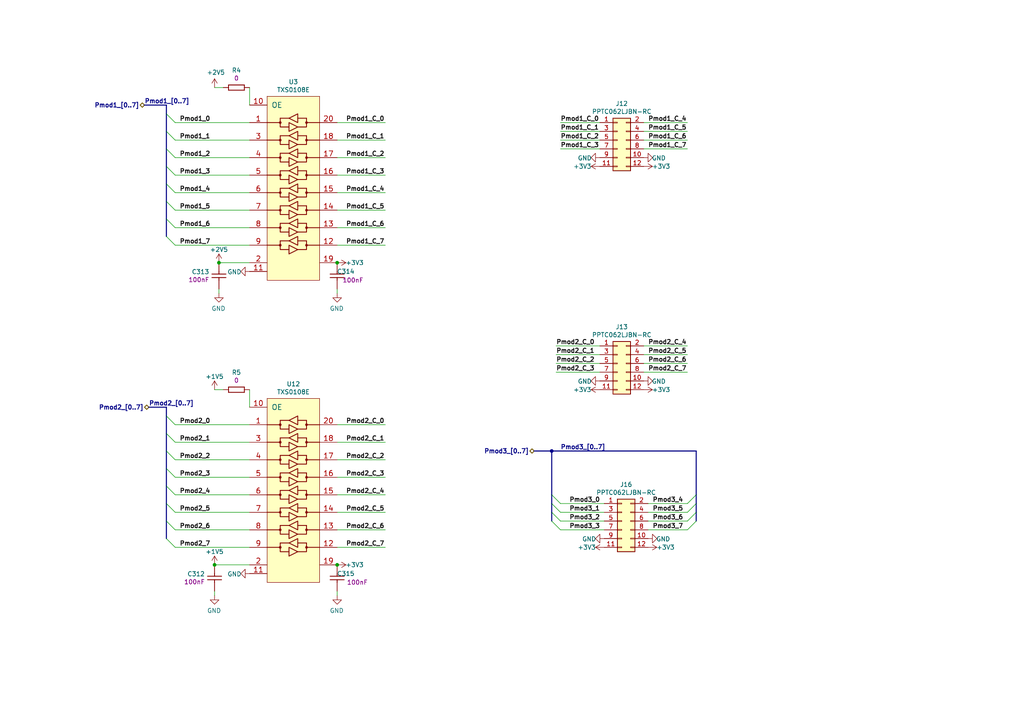
<source format=kicad_sch>
(kicad_sch (version 20211123) (generator eeschema)
  (paper "A4")
  (title_block (title "Marble") (date "2024-03-05") (rev "v1.4.2") (company "Michał Gąska / WUT") (comment 3 "PMOD 3x"))
  (lib_symbols
    (symbol "Analog_&_Interface:TXB0108PW" (pin_names (offset 1.27))
      (property "Reference" "IC" (at 7.62 1.27 0))
      (symbol "TXB0108PW_0_1"
        (rectangle (start 0 -53.34) (end 15.24 0) (fill (type background)))
        (polyline (pts (xy 3.81 -43.18) (xy 0 -43.18)) (stroke (width 0.254)))
        (polyline (pts (xy 3.81 -38.1) (xy 0 -38.1)) (stroke (width 0.254)))
        (polyline (pts (xy 3.81 -33.02) (xy 0 -33.02)) (stroke (width 0.254)))
        (polyline (pts (xy 3.81 -27.94) (xy 0 -27.94)) (stroke (width 0.254)))
        (polyline (pts (xy 3.81 -22.86) (xy 0 -22.86)) (stroke (width 0.254)))
        (polyline (pts (xy 3.81 -17.78) (xy 0 -17.78)) (stroke (width 0.254)))
        (polyline (pts (xy 3.81 -12.7) (xy 0 -12.7)) (stroke (width 0.254)))
        (polyline (pts (xy 3.81 -7.62) (xy 0 -7.62)) (stroke (width 0.254)))
        (polyline (pts (xy 6.35 -41.91) (xy 3.81 -41.91)) (stroke (width 0.254)))
        (polyline (pts (xy 6.35 -36.83) (xy 3.81 -36.83)) (stroke (width 0.254)))
        (polyline (pts (xy 6.35 -31.75) (xy 3.81 -31.75)) (stroke (width 0.254)))
        (polyline (pts (xy 6.35 -26.67) (xy 3.81 -26.67)) (stroke (width 0.254)))
        (polyline (pts (xy 6.35 -21.59) (xy 3.81 -21.59)) (stroke (width 0.254)))
        (polyline (pts (xy 6.35 -16.51) (xy 3.81 -16.51)) (stroke (width 0.254)))
        (polyline (pts (xy 6.35 -11.43) (xy 3.81 -11.43)) (stroke (width 0.254)))
        (polyline (pts (xy 6.35 -6.35) (xy 3.81 -6.35)) (stroke (width 0.254)))
        (polyline (pts (xy 8.89 -41.91) (xy 11.43 -41.91)) (stroke (width 0.254)))
        (polyline (pts (xy 8.89 -36.83) (xy 11.43 -36.83)) (stroke (width 0.254)))
        (polyline (pts (xy 8.89 -31.75) (xy 11.43 -31.75)) (stroke (width 0.254)))
        (polyline (pts (xy 8.89 -26.67) (xy 11.43 -26.67)) (stroke (width 0.254)))
        (polyline (pts (xy 8.89 -21.59) (xy 11.43 -21.59)) (stroke (width 0.254)))
        (polyline (pts (xy 8.89 -16.51) (xy 11.43 -16.51)) (stroke (width 0.254)))
        (polyline (pts (xy 8.89 -11.43) (xy 11.43 -11.43)) (stroke (width 0.254)))
        (polyline (pts (xy 8.89 -6.35) (xy 11.43 -6.35)) (stroke (width 0.254)))
        (polyline (pts (xy 15.24 -43.18) (xy 11.43 -43.18)) (stroke (width 0.254)))
        (polyline (pts (xy 15.24 -38.1) (xy 11.43 -38.1)) (stroke (width 0.254)))
        (polyline (pts (xy 15.24 -33.02) (xy 11.43 -33.02)) (stroke (width 0.254)))
        (polyline (pts (xy 15.24 -27.94) (xy 11.43 -27.94)) (stroke (width 0.254)))
        (polyline (pts (xy 15.24 -22.86) (xy 11.43 -22.86)) (stroke (width 0.254)))
        (polyline (pts (xy 15.24 -17.78) (xy 11.43 -17.78)) (stroke (width 0.254)))
        (polyline (pts (xy 15.24 -12.7) (xy 11.43 -12.7)) (stroke (width 0.254)))
        (polyline (pts (xy 15.24 -7.62) (xy 11.43 -7.62)) (stroke (width 0.254)))
        (polyline (pts (xy 3.81 -41.91) (xy 3.81 -44.45) (xy 6.35 -44.45)) (stroke (width 0.254)))
        (polyline (pts (xy 3.81 -36.83) (xy 3.81 -39.37) (xy 6.35 -39.37)) (stroke (width 0.254)))
        (polyline (pts (xy 3.81 -31.75) (xy 3.81 -34.29) (xy 6.35 -34.29)) (stroke (width 0.254)))
        (polyline (pts (xy 3.81 -26.67) (xy 3.81 -29.21) (xy 6.35 -29.21)) (stroke (width 0.254)))
        (polyline (pts (xy 3.81 -21.59) (xy 3.81 -24.13) (xy 6.35 -24.13)) (stroke (width 0.254)))
        (polyline (pts (xy 3.81 -16.51) (xy 3.81 -19.05) (xy 6.35 -19.05)) (stroke (width 0.254)))
        (polyline (pts (xy 3.81 -11.43) (xy 3.81 -13.97) (xy 6.35 -13.97)) (stroke (width 0.254)))
        (polyline (pts (xy 3.81 -6.35) (xy 3.81 -8.89) (xy 6.35 -8.89)) (stroke (width 0.254)))
        (polyline (pts (xy 11.43 -41.91) (xy 11.43 -44.45) (xy 8.89 -44.45)) (stroke (width 0.254)))
        (polyline (pts (xy 11.43 -36.83) (xy 11.43 -39.37) (xy 8.89 -39.37)) (stroke (width 0.254)))
        (polyline (pts (xy 11.43 -31.75) (xy 11.43 -34.29) (xy 8.89 -34.29)) (stroke (width 0.254)))
        (polyline (pts (xy 11.43 -26.67) (xy 11.43 -29.21) (xy 8.89 -29.21)) (stroke (width 0.254)))
        (polyline (pts (xy 11.43 -21.59) (xy 11.43 -24.13) (xy 8.89 -24.13)) (stroke (width 0.254)))
        (polyline (pts (xy 11.43 -16.51) (xy 11.43 -19.05) (xy 8.89 -19.05)) (stroke (width 0.254)))
        (polyline (pts (xy 11.43 -11.43) (xy 11.43 -13.97) (xy 8.89 -13.97)) (stroke (width 0.254)))
        (polyline (pts (xy 11.43 -6.35) (xy 11.43 -8.89) (xy 8.89 -8.89)) (stroke (width 0.254)))
        (polyline (pts (xy 6.35 -41.91) (xy 8.89 -43.18) (xy 8.89 -40.64) (xy 6.35 -41.91)) (stroke (width 0.254)))
        (polyline (pts (xy 6.35 -36.83) (xy 8.89 -38.1) (xy 8.89 -35.56) (xy 6.35 -36.83)) (stroke (width 0.254)))
        (polyline (pts (xy 6.35 -31.75) (xy 8.89 -33.02) (xy 8.89 -30.48) (xy 6.35 -31.75)) (stroke (width 0.254)))
        (polyline (pts (xy 6.35 -26.67) (xy 8.89 -27.94) (xy 8.89 -25.4) (xy 6.35 -26.67)) (stroke (width 0.254)))
        (polyline (pts (xy 6.35 -21.59) (xy 8.89 -22.86) (xy 8.89 -20.32) (xy 6.35 -21.59)) (stroke (width 0.254)))
        (polyline (pts (xy 6.35 -16.51) (xy 8.89 -17.78) (xy 8.89 -15.24) (xy 6.35 -16.51)) (stroke (width 0.254)))
        (polyline (pts (xy 6.35 -11.43) (xy 8.89 -12.7) (xy 8.89 -10.16) (xy 6.35 -11.43)) (stroke (width 0.254)))
        (polyline (pts (xy 6.35 -6.35) (xy 8.89 -7.62) (xy 8.89 -5.08) (xy 6.35 -6.35)) (stroke (width 0.254)))
        (polyline (pts (xy 8.89 -44.45) (xy 6.35 -45.72) (xy 6.35 -43.18) (xy 8.89 -44.45)) (stroke (width 0.254)))
        (polyline (pts (xy 8.89 -39.37) (xy 6.35 -40.64) (xy 6.35 -38.1) (xy 8.89 -39.37)) (stroke (width 0.254)))
        (polyline (pts (xy 8.89 -34.29) (xy 6.35 -35.56) (xy 6.35 -33.02) (xy 8.89 -34.29)) (stroke (width 0.254)))
        (polyline (pts (xy 8.89 -29.21) (xy 6.35 -30.48) (xy 6.35 -27.94) (xy 8.89 -29.21)) (stroke (width 0.254)))
        (polyline (pts (xy 8.89 -24.13) (xy 6.35 -25.4) (xy 6.35 -22.86) (xy 8.89 -24.13)) (stroke (width 0.254)))
        (polyline (pts (xy 8.89 -19.05) (xy 6.35 -20.32) (xy 6.35 -17.78) (xy 8.89 -19.05)) (stroke (width 0.254)))
        (polyline (pts (xy 8.89 -13.97) (xy 6.35 -15.24) (xy 6.35 -12.7) (xy 8.89 -13.97)) (stroke (width 0.254)))
        (polyline (pts (xy 8.89 -8.89) (xy 6.35 -10.16) (xy 6.35 -7.62) (xy 8.89 -8.89)) (stroke (width 0.254)))
        (circle (center 3.81 -43.18) (radius 0.254) (stroke (width 0.254)))
        (circle (center 3.81 -38.1) (radius 0.254) (stroke (width 0.254)))
        (circle (center 3.81 -33.02) (radius 0.254) (stroke (width 0.254)))
        (circle (center 3.81 -27.94) (radius 0.254) (stroke (width 0.254)))
        (circle (center 3.81 -22.86) (radius 0.254) (stroke (width 0.254)))
        (circle (center 3.81 -17.78) (radius 0.254) (stroke (width 0.254)))
        (circle (center 3.81 -12.7) (radius 0.254) (stroke (width 0.254)))
        (circle (center 3.81 -7.62) (radius 0.254) (stroke (width 0.254)))
        (circle (center 11.43 -43.18) (radius 0.254) (stroke (width 0.254)))
        (circle (center 11.43 -38.1) (radius 0.254) (stroke (width 0.254)))
        (circle (center 11.43 -33.02) (radius 0.254) (stroke (width 0.254)))
        (circle (center 11.43 -27.94) (radius 0.254) (stroke (width 0.254)))
        (circle (center 11.43 -22.86) (radius 0.254) (stroke (width 0.254)))
        (circle (center 11.43 -17.78) (radius 0.254) (stroke (width 0.254)))
        (circle (center 11.43 -12.7) (radius 0.254) (stroke (width 0.254)))
        (circle (center 11.43 -7.62) (radius 0.254) (stroke (width 0.254)))
        (text "A1" (at 1.905 -6.35 0) (effects (font (size 1.27 1.27))))
        (text "A2" (at 1.905 -11.43 0) (effects (font (size 1.27 1.27))))
        (text "A3" (at 1.905 -16.51 0) (effects (font (size 1.27 1.27))))
        (text "A4" (at 1.905 -21.59 0) (effects (font (size 1.27 1.27))))
        (text "A5" (at 1.905 -26.67 0) (effects (font (size 1.27 1.27))))
        (text "A6" (at 1.905 -31.75 0) (effects (font (size 1.27 1.27))))
        (text "A7" (at 1.905 -36.83 0) (effects (font (size 1.27 1.27))))
        (text "A8" (at 1.905 -41.91 0) (effects (font (size 1.27 1.27))))
        (text "B1" (at 13.335 -6.35 0) (effects (font (size 1.27 1.27))))
        (text "B2" (at 13.335 -11.43 0) (effects (font (size 1.27 1.27))))
        (text "B3" (at 13.335 -16.51 0) (effects (font (size 1.27 1.27))))
        (text "B4" (at 13.335 -21.59 0) (effects (font (size 1.27 1.27))))
        (text "B5" (at 13.335 -26.67 0) (effects (font (size 1.27 1.27))))
        (text "B6" (at 13.335 -31.75 0) (effects (font (size 1.27 1.27))))
        (text "B7" (at 13.335 -36.83 0) (effects (font (size 1.27 1.27))))
        (text "B8" (at 13.335 -41.91 0) (effects (font (size 1.27 1.27))))
        (text "GND" (at 0.762 -50.8 0) (effects (font (size 1.27 1.27)) (justify left)))
        (text "VCCA" (at 0.762 -48.26 0) (effects (font (size 1.27 1.27)) (justify left)))
        (text "VCCB" (at 14.478 -48.26 0) (effects (font (size 1.27 1.27)) (justify right)))
        (pin bidirectional line (at -5.08 -7.62 0) (length 5.08) (name "A1") (number "1"))
        (pin input line (at -5.08 -2.54 0) (length 5.08) (name "OE") (number "10"))
        (pin power_in line (at -5.08 -50.8 0) (length 5.08) (name "GND") (number "11"))
        (pin bidirectional line (at 20.32 -43.18 180) (length 5.08) (name "B8") (number "12"))
        (pin bidirectional line (at 20.32 -38.1 180) (length 5.08) (name "B7") (number "13"))
        (pin bidirectional line (at 20.32 -33.02 180) (length 5.08) (name "B6") (number "14"))
        (pin bidirectional line (at 20.32 -27.94 180) (length 5.08) (name "B5") (number "15"))
        (pin bidirectional line (at 20.32 -22.86 180) (length 5.08) (name "B4") (number "16"))
        (pin bidirectional line (at 20.32 -17.78 180) (length 5.08) (name "B3") (number "17"))
        (pin bidirectional line (at 20.32 -12.7 180) (length 5.08) (name "B2") (number "18"))
        (pin power_in line (at 20.32 -48.26 180) (length 5.08) (name "Vccb") (number "19"))
        (pin power_in line (at -5.08 -48.26 0) (length 5.08) (name "Vcca") (number "2"))
        (pin bidirectional line (at 20.32 -7.62 180) (length 5.08) (name "B1") (number "20"))
        (pin bidirectional line (at -5.08 -12.7 0) (length 5.08) (name "A2") (number "3"))
        (pin bidirectional line (at -5.08 -17.78 0) (length 5.08) (name "A3") (number "4"))
        (pin bidirectional line (at -5.08 -22.86 0) (length 5.08) (name "A4") (number "5"))
        (pin bidirectional line (at -5.08 -27.94 0) (length 5.08) (name "A5") (number "6"))
        (pin bidirectional line (at -5.08 -33.02 0) (length 5.08) (name "A6") (number "7"))
        (pin bidirectional line (at -5.08 -38.1 0) (length 5.08) (name "A7") (number "8"))
        (pin bidirectional line (at -5.08 -43.18 0) (length 5.08) (name "A8") (number "9"))
      )
    )
    (symbol "Capacitors_SMD:CC0201_100NF_6.3V_10%_X5R" (pin_names (offset 1.27))
      (property "Reference" "C" (at 3.81 3.048 0))
      (property "Val" "100nF" (at 3.81 -3.048 0))
      (symbol "CC0201_100NF_6.3V_10%_X5R_0_1"
        (polyline (pts (xy 2.54 0) (xy 3.302 0)) (stroke (width 0.254)))
        (polyline (pts (xy 3.302 -2.032) (xy 3.302 2.032)) (stroke (width 0.254)))
        (polyline (pts (xy 4.318 2.032) (xy 4.318 -2.032)) (stroke (width 0.254)))
        (polyline (pts (xy 5.08 0) (xy 4.318 0)) (stroke (width 0.254)))
        (pin passive line (at 0 0 0) (length 2.54) (name "1") (number "1"))
        (pin passive line (at 7.62 0 180) (length 2.54) (name "2") (number "2"))
      )
    )
    (symbol "Connector_Generic:Conn_02x06_Odd_Even" (pin_names (offset 1.016) hide)
      (property "Reference" "J" (at 1.27 7.62 0))
      (property "Value" "Conn_02x06_Odd_Even" (at 1.27 -10.16 0))
      (symbol "Conn_02x06_Odd_Even_1_1"
        (rectangle (start -1.27 -7.493) (end 0 -7.747) (stroke (width 0.1524)))
        (rectangle (start -1.27 -4.953) (end 0 -5.207) (stroke (width 0.1524)))
        (rectangle (start -1.27 -2.413) (end 0 -2.667) (stroke (width 0.1524)))
        (rectangle (start -1.27 0.127) (end 0 -0.127) (stroke (width 0.1524)))
        (rectangle (start -1.27 2.667) (end 0 2.413) (stroke (width 0.1524)))
        (rectangle (start -1.27 5.207) (end 0 4.953) (stroke (width 0.1524)))
        (rectangle (start -1.27 6.35) (end 3.81 -8.89) (stroke (width 0.254)) (fill (type background)))
        (rectangle (start 3.81 -7.493) (end 2.54 -7.747) (stroke (width 0.1524)))
        (rectangle (start 3.81 -4.953) (end 2.54 -5.207) (stroke (width 0.1524)))
        (rectangle (start 3.81 -2.413) (end 2.54 -2.667) (stroke (width 0.1524)))
        (rectangle (start 3.81 0.127) (end 2.54 -0.127) (stroke (width 0.1524)))
        (rectangle (start 3.81 2.667) (end 2.54 2.413) (stroke (width 0.1524)))
        (rectangle (start 3.81 5.207) (end 2.54 4.953) (stroke (width 0.1524)))
        (pin passive line (at -5.08 5.08 0) (length 3.81) (name "Pin_1") (number "1"))
        (pin passive line (at 7.62 -5.08 180) (length 3.81) (name "Pin_10") (number "10"))
        (pin passive line (at -5.08 -7.62 0) (length 3.81) (name "Pin_11") (number "11"))
        (pin passive line (at 7.62 -7.62 180) (length 3.81) (name "Pin_12") (number "12"))
        (pin passive line (at 7.62 5.08 180) (length 3.81) (name "Pin_2") (number "2"))
        (pin passive line (at -5.08 2.54 0) (length 3.81) (name "Pin_3") (number "3"))
        (pin passive line (at 7.62 2.54 180) (length 3.81) (name "Pin_4") (number "4"))
        (pin passive line (at -5.08 0 0) (length 3.81) (name "Pin_5") (number "5"))
        (pin passive line (at 7.62 0 180) (length 3.81) (name "Pin_6") (number "6"))
        (pin passive line (at -5.08 -2.54 0) (length 3.81) (name "Pin_7") (number "7"))
        (pin passive line (at 7.62 -2.54 180) (length 3.81) (name "Pin_8") (number "8"))
        (pin passive line (at -5.08 -5.08 0) (length 3.81) (name "Pin_9") (number "9"))
      )
    )
    (symbol "Resistors_SMD:R0402_0R_JUMPER" (pin_names (offset 1.27))
      (property "Reference" "R" (at 3.81 1.778 0))
      (property "Val" "0" (at 3.81 -1.778 0))
      (symbol "R0402_0R_JUMPER_0_1"
        (polyline (pts (xy 1.524 -0.762) (xy 6.096 -0.762)) (stroke (width 0.254)))
        (polyline (pts (xy 1.524 0.762) (xy 1.524 -0.762)) (stroke (width 0.254)))
        (polyline (pts (xy 6.096 -0.762) (xy 6.096 0.762)) (stroke (width 0.254)))
        (polyline (pts (xy 6.096 0.762) (xy 1.524 0.762)) (stroke (width 0.254)))
        (pin passive line (at 0 0 0) (length 1.524) (name "1") (number "1"))
        (pin passive line (at 7.62 0 180) (length 1.524) (name "2") (number "2"))
      )
    )
    (symbol "power:+1V5" (power) (pin_names (offset 0))
      (property "Value" "+1V5" (at 0 3.556 0))
      (symbol "+1V5_0_1"
        (polyline (pts (xy -0.762 1.27) (xy 0 2.54)))
        (polyline (pts (xy 0 0) (xy 0 2.54)))
        (polyline (pts (xy 0 2.54) (xy 0.762 1.27)))
      )
      (symbol "+1V5_1_1"
        (pin power_in line (at 0 0 90) (length 0) hide (name "+1V5") (number "1"))
      )
    )
    (symbol "power:+2V5" (power) (pin_names (offset 0))
      (property "Value" "+2V5" (at 0 3.556 0))
      (symbol "+2V5_0_1"
        (polyline (pts (xy -0.762 1.27) (xy 0 2.54)))
        (polyline (pts (xy 0 0) (xy 0 2.54)))
        (polyline (pts (xy 0 2.54) (xy 0.762 1.27)))
      )
      (symbol "+2V5_1_1"
        (pin power_in line (at 0 0 90) (length 0) hide (name "+2V5") (number "1"))
      )
    )
    (symbol "power:+3V3" (power) (pin_names (offset 0))
      (property "Value" "+3V3" (at 0 3.556 0))
      (symbol "+3V3_0_1"
        (polyline (pts (xy -0.762 1.27) (xy 0 2.54)))
        (polyline (pts (xy 0 0) (xy 0 2.54)))
        (polyline (pts (xy 0 2.54) (xy 0.762 1.27)))
      )
      (symbol "+3V3_1_1"
        (pin power_in line (at 0 0 90) (length 0) hide (name "+3V3") (number "1"))
      )
    )
    (symbol "power:GND" (power) (pin_names (offset 0))
      (property "Value" "GND" (at 0 -3.81 0))
      (symbol "GND_0_1"
        (polyline (pts (xy 0 0) (xy 0 -1.27) (xy 1.27 -1.27) (xy 0 -2.54) (xy -1.27 -1.27) (xy 0 -1.27)))
      )
      (symbol "GND_1_1"
        (pin power_in line (at 0 0 270) (length 0) hide (name "GND") (number "1"))
      )
    )
  )
  (junction (at 63.5 76.2))
  (junction (at 160.02 130.81))
  (junction (at 97.79 76.2))
  (junction (at 97.79 163.83))
  (junction (at 62.23 163.83))
  (bus_entry (at 199.39 146.05) (size 2.54 -2.54))
  (bus_entry (at 48.26 33.02) (size 2.54 2.54))
  (bus_entry (at 48.26 130.81) (size 2.54 2.54))
  (bus_entry (at 48.26 151.13) (size 2.54 2.54))
  (bus_entry (at 48.26 38.1) (size 2.54 2.54))
  (bus_entry (at 160.02 146.05) (size 2.54 2.54))
  (bus_entry (at 48.26 140.97) (size 2.54 2.54))
  (bus_entry (at 48.26 68.58) (size 2.54 2.54))
  (bus_entry (at 48.26 58.42) (size 2.54 2.54))
  (bus_entry (at 199.39 153.67) (size 2.54 -2.54))
  (bus_entry (at 48.26 53.34) (size 2.54 2.54))
  (bus_entry (at 48.26 125.73) (size 2.54 2.54))
  (bus_entry (at 160.02 148.59) (size 2.54 2.54))
  (bus_entry (at 199.39 148.59) (size 2.54 -2.54))
  (bus_entry (at 160.02 143.51) (size 2.54 2.54))
  (bus_entry (at 48.26 43.18) (size 2.54 2.54))
  (bus_entry (at 48.26 120.65) (size 2.54 2.54))
  (bus_entry (at 48.26 48.26) (size 2.54 2.54))
  (bus_entry (at 48.26 63.5) (size 2.54 2.54))
  (bus_entry (at 48.26 135.89) (size 2.54 2.54))
  (bus_entry (at 48.26 156.21) (size 2.54 2.54))
  (bus_entry (at 199.39 151.13) (size 2.54 -2.54))
  (bus_entry (at 160.02 151.13) (size 2.54 2.54))
  (bus_entry (at 48.26 146.05) (size 2.54 2.54))
  (wire (pts (xy 97.79 138.43) (xy 111.76 138.43)))
  (wire (pts (xy 50.8 66.04) (xy 72.39 66.04)))
  (bus (pts (xy 201.93 130.81) (xy 160.02 130.81)))
  (wire (pts (xy 186.69 107.95) (xy 199.39 107.95)))
  (bus (pts (xy 201.93 143.51) (xy 201.93 146.05)))
  (bus (pts (xy 48.26 118.11) (xy 48.26 120.65)))
  (wire (pts (xy 50.8 55.88) (xy 72.39 55.88)))
  (wire (pts (xy 161.29 100.33) (xy 173.99 100.33)))
  (wire (pts (xy 186.69 105.41) (xy 199.39 105.41)))
  (wire (pts (xy 162.56 153.67) (xy 175.26 153.67)))
  (wire (pts (xy 186.69 35.56) (xy 199.39 35.56)))
  (wire (pts (xy 97.79 45.72) (xy 111.76 45.72)))
  (wire (pts (xy 97.79 128.27) (xy 111.76 128.27)))
  (bus (pts (xy 201.93 148.59) (xy 201.93 151.13)))
  (wire (pts (xy 162.56 35.56) (xy 173.99 35.56)))
  (wire (pts (xy 97.79 71.12) (xy 111.76 71.12)))
  (bus (pts (xy 154.94 130.81) (xy 160.02 130.81)))
  (wire (pts (xy 162.56 43.18) (xy 173.99 43.18)))
  (wire (pts (xy 186.69 43.18) (xy 199.39 43.18)))
  (wire (pts (xy 97.79 60.96) (xy 111.76 60.96)))
  (wire (pts (xy 199.39 148.59) (xy 187.96 148.59)))
  (bus (pts (xy 48.26 48.26) (xy 48.26 53.34)))
  (wire (pts (xy 72.39 25.4) (xy 72.39 30.48)))
  (bus (pts (xy 48.26 43.18) (xy 48.26 48.26)))
  (wire (pts (xy 97.79 171.45) (xy 97.79 172.72)))
  (wire (pts (xy 162.56 148.59) (xy 175.26 148.59)))
  (wire (pts (xy 186.69 38.1) (xy 199.39 38.1)))
  (bus (pts (xy 48.26 30.48) (xy 48.26 33.02)))
  (wire (pts (xy 97.79 133.35) (xy 111.76 133.35)))
  (wire (pts (xy 62.23 25.4) (xy 64.77 25.4)))
  (wire (pts (xy 186.69 100.33) (xy 199.39 100.33)))
  (wire (pts (xy 199.39 151.13) (xy 187.96 151.13)))
  (bus (pts (xy 48.26 140.97) (xy 48.26 146.05)))
  (bus (pts (xy 41.91 30.48) (xy 48.26 30.48)))
  (bus (pts (xy 48.26 63.5) (xy 48.26 68.58)))
  (wire (pts (xy 161.29 107.95) (xy 173.99 107.95)))
  (wire (pts (xy 97.79 143.51) (xy 111.76 143.51)))
  (wire (pts (xy 50.8 35.56) (xy 72.39 35.56)))
  (wire (pts (xy 162.56 151.13) (xy 175.26 151.13)))
  (bus (pts (xy 48.26 53.34) (xy 48.26 58.42)))
  (bus (pts (xy 160.02 143.51) (xy 160.02 146.05)))
  (bus (pts (xy 48.26 151.13) (xy 48.26 156.21)))
  (wire (pts (xy 97.79 35.56) (xy 111.76 35.56)))
  (wire (pts (xy 50.8 45.72) (xy 72.39 45.72)))
  (wire (pts (xy 72.39 76.2) (xy 63.5 76.2)))
  (bus (pts (xy 201.93 130.81) (xy 201.93 143.51)))
  (bus (pts (xy 48.26 33.02) (xy 48.26 38.1)))
  (wire (pts (xy 161.29 105.41) (xy 173.99 105.41)))
  (wire (pts (xy 199.39 146.05) (xy 187.96 146.05)))
  (wire (pts (xy 97.79 83.82) (xy 97.79 85.09)))
  (wire (pts (xy 50.8 71.12) (xy 72.39 71.12)))
  (wire (pts (xy 50.8 60.96) (xy 72.39 60.96)))
  (wire (pts (xy 97.79 66.04) (xy 111.76 66.04)))
  (bus (pts (xy 201.93 146.05) (xy 201.93 148.59)))
  (bus (pts (xy 48.26 38.1) (xy 48.26 43.18)))
  (wire (pts (xy 62.23 171.45) (xy 62.23 172.72)))
  (wire (pts (xy 97.79 123.19) (xy 111.76 123.19)))
  (wire (pts (xy 63.5 83.82) (xy 63.5 85.09)))
  (bus (pts (xy 48.26 125.73) (xy 48.26 130.81)))
  (bus (pts (xy 160.02 130.81) (xy 160.02 143.51)))
  (wire (pts (xy 50.8 128.27) (xy 72.39 128.27)))
  (wire (pts (xy 50.8 123.19) (xy 72.39 123.19)))
  (wire (pts (xy 186.69 40.64) (xy 199.39 40.64)))
  (wire (pts (xy 162.56 40.64) (xy 173.99 40.64)))
  (wire (pts (xy 97.79 50.8) (xy 111.76 50.8)))
  (wire (pts (xy 50.8 133.35) (xy 72.39 133.35)))
  (wire (pts (xy 62.23 113.03) (xy 64.77 113.03)))
  (wire (pts (xy 50.8 138.43) (xy 72.39 138.43)))
  (wire (pts (xy 50.8 148.59) (xy 72.39 148.59)))
  (wire (pts (xy 199.39 153.67) (xy 187.96 153.67)))
  (bus (pts (xy 48.26 130.81) (xy 48.26 135.89)))
  (wire (pts (xy 97.79 158.75) (xy 111.76 158.75)))
  (wire (pts (xy 97.79 148.59) (xy 111.76 148.59)))
  (wire (pts (xy 50.8 153.67) (xy 72.39 153.67)))
  (bus (pts (xy 160.02 146.05) (xy 160.02 148.59)))
  (wire (pts (xy 50.8 40.64) (xy 72.39 40.64)))
  (wire (pts (xy 162.56 146.05) (xy 175.26 146.05)))
  (bus (pts (xy 160.02 148.59) (xy 160.02 151.13)))
  (wire (pts (xy 186.69 102.87) (xy 199.39 102.87)))
  (wire (pts (xy 97.79 40.64) (xy 111.76 40.64)))
  (wire (pts (xy 97.79 55.88) (xy 111.76 55.88)))
  (wire (pts (xy 50.8 143.51) (xy 72.39 143.51)))
  (wire (pts (xy 161.29 102.87) (xy 173.99 102.87)))
  (wire (pts (xy 162.56 38.1) (xy 173.99 38.1)))
  (bus (pts (xy 48.26 58.42) (xy 48.26 63.5)))
  (wire (pts (xy 72.39 113.03) (xy 72.39 118.11)))
  (wire (pts (xy 62.23 163.83) (xy 72.39 163.83)))
  (bus (pts (xy 48.26 146.05) (xy 48.26 151.13)))
  (wire (pts (xy 50.8 158.75) (xy 72.39 158.75)))
  (bus (pts (xy 48.26 120.65) (xy 48.26 125.73)))
  (bus (pts (xy 48.26 135.89) (xy 48.26 140.97)))
  (wire (pts (xy 97.79 153.67) (xy 111.76 153.67)))
  (bus (pts (xy 48.26 118.11) (xy 43.18 118.11)))
  (wire (pts (xy 50.8 50.8) (xy 72.39 50.8)))
  (label "Pmod1_6" (at 52.07 66.04 0) (effects (font (thickness 0.254) bold)))
  (label "Pmod2_C_3" (at 161.29 107.95 0) (effects (font (thickness 0.254) bold)))
  (label "Pmod1_C_5" (at 100.33 60.96 0) (effects (font (thickness 0.254) bold)))
  (label "Pmod2_6" (at 52.07 153.67 0) (effects (font (thickness 0.254) bold)))
  (label "Pmod3_3" (at 165.1 153.67 0) (effects (font (thickness 0.254) bold)))
  (label "Pmod2_C_2" (at 161.29 105.41 0) (effects (font (thickness 0.254) bold)))
  (label "Pmod1_C_3" (at 100.33 50.8 0) (effects (font (thickness 0.254) bold)))
  (label "Pmod2_C_5" (at 187.96 102.87 0) (effects (font (thickness 0.254) bold)))
  (label "Pmod1_[0..7]" (at 41.91 30.48 0) (effects (font (thickness 0.254) bold)))
  (label "Pmod2_C_3" (at 100.33 138.43 0) (effects (font (thickness 0.254) bold)))
  (label "Pmod1_0" (at 52.07 35.56 0) (effects (font (thickness 0.254) bold)))
  (label "Pmod3_1" (at 165.1 148.59 0) (effects (font (thickness 0.254) bold)))
  (label "Pmod3_2" (at 165.1 151.13 0) (effects (font (thickness 0.254) bold)))
  (label "Pmod2_C_7" (at 187.96 107.95 0) (effects (font (thickness 0.254) bold)))
  (label "Pmod1_C_1" (at 162.56 38.1 0) (effects (font (thickness 0.254) bold)))
  (label "Pmod2_C_5" (at 100.33 148.59 0) (effects (font (thickness 0.254) bold)))
  (label "Pmod2_3" (at 52.07 138.43 0) (effects (font (thickness 0.254) bold)))
  (label "Pmod2_C_4" (at 100.33 143.51 0) (effects (font (thickness 0.254) bold)))
  (label "Pmod1_1" (at 52.07 40.64 0) (effects (font (thickness 0.254) bold)))
  (label "Pmod3_4" (at 189.23 146.05 0) (effects (font (thickness 0.254) bold)))
  (label "Pmod1_C_5" (at 187.96 38.1 0) (effects (font (thickness 0.254) bold)))
  (label "Pmod2_C_0" (at 161.29 100.33 0) (effects (font (thickness 0.254) bold)))
  (label "Pmod2_C_1" (at 100.33 128.27 0) (effects (font (thickness 0.254) bold)))
  (label "Pmod1_2" (at 52.07 45.72 0) (effects (font (thickness 0.254) bold)))
  (label "Pmod3_[0..7]" (at 162.56 130.81 0) (effects (font (thickness 0.254) bold)))
  (label "Pmod1_C_4" (at 100.33 55.88 0) (effects (font (thickness 0.254) bold)))
  (label "Pmod1_C_7" (at 100.33 71.12 0) (effects (font (thickness 0.254) bold)))
  (label "Pmod2_1" (at 52.07 128.27 0) (effects (font (thickness 0.254) bold)))
  (label "Pmod2_C_2" (at 100.33 133.35 0) (effects (font (thickness 0.254) bold)))
  (label "Pmod1_4" (at 52.07 55.88 0) (effects (font (thickness 0.254) bold)))
  (label "Pmod3_6" (at 189.23 151.13 0) (effects (font (thickness 0.254) bold)))
  (label "Pmod2_C_6" (at 100.33 153.67 0) (effects (font (thickness 0.254) bold)))
  (label "Pmod2_5" (at 52.07 148.59 0) (effects (font (thickness 0.254) bold)))
  (label "Pmod2_C_4" (at 187.96 100.33 0) (effects (font (thickness 0.254) bold)))
  (label "Pmod2_C_1" (at 161.29 102.87 0) (effects (font (thickness 0.254) bold)))
  (label "Pmod2_[0..7]" (at 43.18 118.11 0) (effects (font (thickness 0.254) bold)))
  (label "Pmod1_3" (at 52.07 50.8 0) (effects (font (thickness 0.254) bold)))
  (label "Pmod2_C_7" (at 100.33 158.75 0) (effects (font (thickness 0.254) bold)))
  (label "Pmod2_C_0" (at 100.33 123.19 0) (effects (font (thickness 0.254) bold)))
  (label "Pmod2_0" (at 52.07 123.19 0) (effects (font (thickness 0.254) bold)))
  (label "Pmod1_C_0" (at 100.33 35.56 0) (effects (font (thickness 0.254) bold)))
  (label "Pmod2_4" (at 52.07 143.51 0) (effects (font (thickness 0.254) bold)))
  (label "Pmod1_C_3" (at 162.56 43.18 0) (effects (font (thickness 0.254) bold)))
  (label "Pmod3_5" (at 189.23 148.59 0) (effects (font (thickness 0.254) bold)))
  (label "Pmod1_C_0" (at 162.56 35.56 0) (effects (font (thickness 0.254) bold)))
  (label "Pmod2_2" (at 52.07 133.35 0) (effects (font (thickness 0.254) bold)))
  (label "Pmod1_C_4" (at 187.96 35.56 0) (effects (font (thickness 0.254) bold)))
  (label "Pmod1_C_6" (at 100.33 66.04 0) (effects (font (thickness 0.254) bold)))
  (label "Pmod1_C_2" (at 162.56 40.64 0) (effects (font (thickness 0.254) bold)))
  (label "Pmod2_7" (at 52.07 158.75 0) (effects (font (thickness 0.254) bold)))
  (label "Pmod2_C_6" (at 187.96 105.41 0) (effects (font (thickness 0.254) bold)))
  (label "Pmod3_7" (at 189.23 153.67 0) (effects (font (thickness 0.254) bold)))
  (label "Pmod3_0" (at 165.1 146.05 0) (effects (font (thickness 0.254) bold)))
  (label "Pmod1_C_1" (at 100.33 40.64 0) (effects (font (thickness 0.254) bold)))
  (label "Pmod1_C_2" (at 100.33 45.72 0) (effects (font (thickness 0.254) bold)))
  (label "Pmod1_5" (at 52.07 60.96 0) (effects (font (thickness 0.254) bold)))
  (label "Pmod1_C_7" (at 187.96 43.18 0) (effects (font (thickness 0.254) bold)))
  (label "Pmod1_C_6" (at 187.96 40.64 0) (effects (font (thickness 0.254) bold)))
  (label "Pmod1_7" (at 52.07 71.12 0) (effects (font (thickness 0.254) bold)))
  (hierarchical_label "Pmod3_[0..7]" (shape bidirectional) (at 154.94 130.81 180) (effects (font (thickness 0.254) bold)))
  (hierarchical_label "Pmod2_[0..7]" (shape bidirectional) (at 43.18 118.11 180) (effects (font (thickness 0.254) bold)))
  (hierarchical_label "Pmod1_[0..7]" (shape bidirectional) (at 41.91 30.48 180) (effects (font (thickness 0.254) bold)))
  (symbol (lib_id "power:+3V3") (at 175.26 158.75 90) (unit 1)
    (property "Reference" "#PWR0592" (effects hide))
    (property "Value" "+3V3" (at 170.18 158.75 90))
  )
  (symbol (lib_id "power:GND") (at 175.26 156.21 270) (unit 1)
    (property "Reference" "#PWR0591" (effects hide))
    (property "Value" "GND" (at 170.8658 156.337 90))
  )
  (symbol (lib_id "power:+3V3") (at 187.96 158.75 270) (mirror x) (unit 1)
    (property "Reference" "#PWR0594" (effects hide))
    (property "Value" "+3V3" (at 193.04 158.75 90))
  )
  (symbol (lib_id "power:GND") (at 187.96 156.21 90) (mirror x) (unit 1)
    (property "Reference" "#PWR0593" (effects hide))
    (property "Value" "GND" (at 192.3542 156.337 90))
  )
  (symbol (lib_id "Connector_Generic:Conn_02x06_Odd_Even") (at 179.07 40.64 0) (unit 1)
    (property "Reference" "J12" (at 180.34 30.0482 0))
    (property "Value" "PPTC062LJBN-RC" (at 180.34 32.3596 0))
    (property "Footprint" "Connectors_Samtec:SDL-112-X-XX_2x06" (effects hide))
    (property "Datasheet" " " (effects hide))
    (property "Manufacturer Part Number" "PPTC062LJBN-RC" (effects hide))
    (property "Manufacturer" "SULLINS" (effects hide))
  )
  (symbol (lib_id "Connector_Generic:Conn_02x06_Odd_Even") (at 179.07 105.41 0) (unit 1)
    (property "Reference" "J13" (at 180.34 94.8182 0))
    (property "Value" "PPTC062LJBN-RC" (at 180.34 97.1296 0))
    (property "Footprint" "Connectors_Samtec:SDL-112-X-XX_2x06" (effects hide))
    (property "Datasheet" " " (effects hide))
    (property "Manufacturer Part Number" "PPTC062LJBN-RC" (effects hide))
    (property "Manufacturer" "SULLINS" (effects hide))
  )
  (symbol (lib_id "Connector_Generic:Conn_02x06_Odd_Even") (at 180.34 151.13 0) (unit 1)
    (property "Reference" "J16" (at 181.61 140.5382 0))
    (property "Value" "PPTC062LJBN-RC" (at 181.61 142.8496 0))
    (property "Footprint" "Connectors_Samtec:SDL-112-X-XX_2x06" (effects hide))
    (property "Datasheet" " " (effects hide))
    (property "Manufacturer Part Number" "PPTC062LJBN-RC" (effects hide))
    (property "Manufacturer" "SULLINS" (effects hide))
  )
  (symbol (lib_id "power:+3V3") (at 173.99 48.26 90) (unit 1)
    (property "Reference" "#PWR0403" (effects hide))
    (property "Value" "+3V3" (at 168.91 48.26 90))
  )
  (symbol (lib_id "power:GND") (at 173.99 45.72 270) (unit 1)
    (property "Reference" "#PWR0402" (effects hide))
    (property "Value" "GND" (at 169.5958 45.847 90))
  )
  (symbol (lib_id "power:+3V3") (at 173.99 113.03 90) (unit 1)
    (property "Reference" "#PWR0407" (effects hide))
    (property "Value" "+3V3" (at 168.91 113.03 90))
  )
  (symbol (lib_id "power:GND") (at 173.99 110.49 270) (unit 1)
    (property "Reference" "#PWR0406" (effects hide))
    (property "Value" "GND" (at 169.5958 110.617 90))
  )
  (symbol (lib_id "power:+3V3") (at 186.69 48.26 270) (mirror x) (unit 1)
    (property "Reference" "#PWR0405" (effects hide))
    (property "Value" "+3V3" (at 191.77 48.26 90))
  )
  (symbol (lib_id "power:GND") (at 186.69 45.72 90) (mirror x) (unit 1)
    (property "Reference" "#PWR0404" (effects hide))
    (property "Value" "GND" (at 191.0842 45.847 90))
  )
  (symbol (lib_id "power:+3V3") (at 186.69 113.03 270) (mirror x) (unit 1)
    (property "Reference" "#PWR0409" (effects hide))
    (property "Value" "+3V3" (at 191.77 113.03 90))
  )
  (symbol (lib_id "power:GND") (at 186.69 110.49 90) (mirror x) (unit 1)
    (property "Reference" "#PWR0408" (effects hide))
    (property "Value" "GND" (at 191.0842 110.617 90))
  )
  (symbol (lib_id "Resistors_SMD:R0402_0R_JUMPER") (at 64.77 25.4 0) (unit 1)
    (property "Reference" "R4" (at 68.58 20.3962 0))
    (property "Value" "R0402_0R_JUMPER" (effects hide))
    (property "Footprint" "RESC1005X40N" (effects hide))
    (property "Datasheet" " " (effects hide))
    (property "Val" "0" (at 68.58 22.7076 0))
    (property "Part Number" "R0402_0R_JUMPER" (effects hide))
    (property "Library Ref" "Resistor" (effects hide))
    (property "Library Path" "SchLib\\Resistors.SchLib" (effects hide))
    (property "Comment" "=Value" (effects hide))
    (property "Component Kind" "Standard" (effects hide))
    (property "Component Type" "Standard" (effects hide))
    (property "PackageDescription" " " (effects hide))
    (property "Pin Count" "2" (effects hide))
    (property "Footprint Path" "PcbLib\\Resistors SMD.PcbLib" (effects hide))
    (property "Footprint Ref" "RESC1005X40N" (effects hide))
    (property "Status" "Not Recommended" (effects hide))
    (property "Power" " " (effects hide))
    (property "TC" " " (effects hide))
    (property "Voltage" " " (effects hide))
    (property "Tolerance" " " (effects hide))
    (property "Part Description" "1A (0.05R Max DC Resistance) Zero Ohm Jumper" (effects hide))
    (property "Manufacturer" "GENERIC" (effects hide))
    (property "Manufacturer Part Number" "R0402_0R_JUMPER" (effects hide))
    (property "Case" "0402" (effects hide))
    (property "PressFit" "No" (effects hide))
    (property "Mounted" "Yes" (effects hide))
    (property "Sense Comment" " " (effects hide))
    (property "Sense" "No" (effects hide))
    (property "Status Comment" " " (effects hide))
    (property "Socket" "No" (effects hide))
    (property "SMD" "Yes" (effects hide))
    (property "ComponentHeight" " " (effects hide))
    (property "Manufacturer1 Example" "YAGEO PHYCOMP" (effects hide))
    (property "Manufacturer1 Part Number" "232270591001L" (effects hide))
    (property "Manufacturer1 ComponentHeight" "0.4mm" (effects hide))
    (property "CreateDate" "12/03/07 00:00:00" (effects hide))
    (property "LatestRevisionDate" "10/17/12 00:00:00" (effects hide))
    (property "Library Name" "Resistors SMD" (effects hide))
    (property "License" "This work is licensed under the Creative Commons CC-BY-SA 4.0 License. To the extent that circuit schematics that use Licensed Material can be considered to be ‘Adapted Material’, then the copyright holder waives article 3.b of the license with respect to these schematics." (effects hide))
  )
  (symbol (lib_id "Resistors_SMD:R0402_0R_JUMPER") (at 64.77 113.03 0) (unit 1)
    (property "Reference" "R5" (at 68.58 108.0262 0))
    (property "Value" "R0402_0R_JUMPER" (effects hide))
    (property "Footprint" "RESC1005X40N" (effects hide))
    (property "Datasheet" " " (effects hide))
    (property "Val" "0" (at 68.58 110.3376 0))
    (property "Part Number" "R0402_0R_JUMPER" (effects hide))
    (property "Library Ref" "Resistor" (effects hide))
    (property "Library Path" "SchLib\\Resistors.SchLib" (effects hide))
    (property "Comment" "=Value" (effects hide))
    (property "Component Kind" "Standard" (effects hide))
    (property "Component Type" "Standard" (effects hide))
    (property "PackageDescription" " " (effects hide))
    (property "Pin Count" "2" (effects hide))
    (property "Footprint Path" "PcbLib\\Resistors SMD.PcbLib" (effects hide))
    (property "Footprint Ref" "RESC1005X40N" (effects hide))
    (property "Status" "Not Recommended" (effects hide))
    (property "Power" " " (effects hide))
    (property "TC" " " (effects hide))
    (property "Voltage" " " (effects hide))
    (property "Tolerance" " " (effects hide))
    (property "Part Description" "1A (0.05R Max DC Resistance) Zero Ohm Jumper" (effects hide))
    (property "Manufacturer" "GENERIC" (effects hide))
    (property "Manufacturer Part Number" "R0402_0R_JUMPER" (effects hide))
    (property "Case" "0402" (effects hide))
    (property "PressFit" "No" (effects hide))
    (property "Mounted" "Yes" (effects hide))
    (property "Sense Comment" " " (effects hide))
    (property "Sense" "No" (effects hide))
    (property "Status Comment" " " (effects hide))
    (property "Socket" "No" (effects hide))
    (property "SMD" "Yes" (effects hide))
    (property "ComponentHeight" " " (effects hide))
    (property "Manufacturer1 Example" "YAGEO PHYCOMP" (effects hide))
    (property "Manufacturer1 Part Number" "232270591001L" (effects hide))
    (property "Manufacturer1 ComponentHeight" "0.4mm" (effects hide))
    (property "CreateDate" "12/03/07 00:00:00" (effects hide))
    (property "LatestRevisionDate" "10/17/12 00:00:00" (effects hide))
    (property "Library Name" "Resistors SMD" (effects hide))
    (property "License" "This work is licensed under the Creative Commons CC-BY-SA 4.0 License. To the extent that circuit schematics that use Licensed Material can be considered to be ‘Adapted Material’, then the copyright holder waives article 3.b of the license with respect to these schematics." (effects hide))
  )
  (symbol (lib_id "power:GND") (at 97.79 85.09 0) (mirror y) (unit 1)
    (property "Reference" "#PWR0500" (effects hide))
    (property "Value" "GND" (at 97.663 89.4842 0))
  )
  (symbol (lib_id "Capacitors_SMD:CC0201_100NF_6.3V_10%_X5R") (at 97.79 76.2 90) (mirror x) (unit 1)
    (property "Reference" "C314" (at 102.87 78.74 90) (effects (justify left)))
    (property "Value" "CC0201_100NF_6.3V_10%_X5R" (effects hide))
    (property "Footprint" "CAPC0603X33N" (effects hide))
    (property "Datasheet" "\\\\cern.ch\\dfs\\Applications\\Altium\\Datasheets\\CC0201_X5R_AVX.pdf" (effects hide))
    (property "~" "100nF" (at 105.41 81.28 90) (effects (justify left)))
    (property "Part Number" "CC0201_100NF_6.3V_10%_X5R" (effects hide))
    (property "Library Ref" "Capacitor - non polarized" (effects hide))
    (property "Library Path" "SchLib\\Capacitors.SchLib" (effects hide))
    (property "Comment" "=Value" (effects hide))
    (property "Component Kind" "Standard" (effects hide))
    (property "Component Type" "Standard" (effects hide))
    (property "Pin Count" "2" (effects hide))
    (property "Footprint Path" "PcbLib\\Capacitors SMD.PcbLib" (effects hide))
    (property "Footprint Ref" "CAPC0603X33N" (effects hide))
    (property "PackageDescription" " " (effects hide))
    (property "Val" "100nF" (effects hide))
    (property "Status" "Not Recommended" (effects hide))
    (property "Status Comment" " " (effects hide))
    (property "Voltage" "6.3V" (effects hide))
    (property "TC" "X5R" (effects hide))
    (property "Tolerance" "±10%" (effects hide))
    (property "Part Description" "SMD Multilayer Chip Ceramic Capacitor" (effects hide))
    (property "Manufacturer" "GENERIC" (effects hide))
    (property "Manufacturer Part Number" "CC0201_100NF_6.3V_10%_X5R" (effects hide))
    (property "Case" "0201" (effects hide))
    (property "Mounted" "Yes" (effects hide))
    (property "Socket" "No" (effects hide))
    (property "SMD" "Yes" (effects hide))
    (property "PressFit" " " (effects hide))
    (property "Sense" "No" (effects hide))
    (property "Sense Comment" " " (effects hide))
    (property "ComponentHeight" " " (effects hide))
    (property "Manufacturer1 Example" "AVX" (effects hide))
    (property "Manufacturer1 Part Number" "02016D104KAT2A" (effects hide))
    (property "Manufacturer1 ComponentHeight" "0.33mm" (effects hide))
    (property "CreateDate" "12/03/07 00:00:00" (effects hide))
    (property "LatestRevisionDate" "12/03/07 00:00:00" (effects hide))
    (property "Library Name" "Capacitors SMD" (effects hide))
    (property "License" "This work is licensed under the Creative Commons CC-BY-SA 4.0 License. To the extent that circuit schematics that use Licensed Material can be considered to be ‘Adapted Material’, then the copyright holder waives article 3.b of the license with respect to these schematics." (effects hide))
  )
  (symbol (lib_id "power:GND") (at 97.79 172.72 0) (mirror y) (unit 1)
    (property "Reference" "#PWR0580" (effects hide))
    (property "Value" "GND" (at 97.663 177.1142 0))
  )
  (symbol (lib_id "Capacitors_SMD:CC0201_100NF_6.3V_10%_X5R") (at 97.79 163.83 90) (mirror x) (unit 1)
    (property "Reference" "C315" (at 102.87 166.37 90) (effects (justify left)))
    (property "Value" "CC0201_100NF_6.3V_10%_X5R" (effects hide))
    (property "Footprint" "CAPC0603X33N" (effects hide))
    (property "Datasheet" "\\\\cern.ch\\dfs\\Applications\\Altium\\Datasheets\\CC0201_X5R_AVX.pdf" (effects hide))
    (property "~" "100nF" (at 106.68 168.91 90) (effects (justify left)))
    (property "Part Number" "CC0201_100NF_6.3V_10%_X5R" (effects hide))
    (property "Library Ref" "Capacitor - non polarized" (effects hide))
    (property "Library Path" "SchLib\\Capacitors.SchLib" (effects hide))
    (property "Comment" "=Value" (effects hide))
    (property "Component Kind" "Standard" (effects hide))
    (property "Component Type" "Standard" (effects hide))
    (property "Pin Count" "2" (effects hide))
    (property "Footprint Path" "PcbLib\\Capacitors SMD.PcbLib" (effects hide))
    (property "Footprint Ref" "CAPC0603X33N" (effects hide))
    (property "PackageDescription" " " (effects hide))
    (property "Val" "100nF" (effects hide))
    (property "Status" "Not Recommended" (effects hide))
    (property "Status Comment" " " (effects hide))
    (property "Voltage" "6.3V" (effects hide))
    (property "TC" "X5R" (effects hide))
    (property "Tolerance" "±10%" (effects hide))
    (property "Part Description" "SMD Multilayer Chip Ceramic Capacitor" (effects hide))
    (property "Manufacturer" "GENERIC" (effects hide))
    (property "Manufacturer Part Number" "CC0201_100NF_6.3V_10%_X5R" (effects hide))
    (property "Case" "0201" (effects hide))
    (property "Mounted" "Yes" (effects hide))
    (property "Socket" "No" (effects hide))
    (property "SMD" "Yes" (effects hide))
    (property "PressFit" " " (effects hide))
    (property "Sense" "No" (effects hide))
    (property "Sense Comment" " " (effects hide))
    (property "ComponentHeight" " " (effects hide))
    (property "Manufacturer1 Example" "AVX" (effects hide))
    (property "Manufacturer1 Part Number" "02016D104KAT2A" (effects hide))
    (property "Manufacturer1 ComponentHeight" "0.33mm" (effects hide))
    (property "CreateDate" "12/03/07 00:00:00" (effects hide))
    (property "LatestRevisionDate" "12/03/07 00:00:00" (effects hide))
    (property "Library Name" "Capacitors SMD" (effects hide))
    (property "License" "This work is licensed under the Creative Commons CC-BY-SA 4.0 License. To the extent that circuit schematics that use Licensed Material can be considered to be ‘Adapted Material’, then the copyright holder waives article 3.b of the license with respect to these schematics." (effects hide))
  )
  (symbol (lib_id "power:GND") (at 62.23 172.72 0) (mirror y) (unit 1)
    (property "Reference" "#PWR0135" (effects hide))
    (property "Value" "GND" (at 62.103 177.1142 0))
  )
  (symbol (lib_id "Capacitors_SMD:CC0201_100NF_6.3V_10%_X5R") (at 62.23 163.83 90) (mirror x) (unit 1)
    (property "Reference" "C312" (at 59.436 166.4716 90) (effects (justify left)))
    (property "Value" "CC0201_100NF_6.3V_10%_X5R" (effects hide))
    (property "Footprint" "CAPC0603X33N" (effects hide))
    (property "Datasheet" "\\\\cern.ch\\dfs\\Applications\\Altium\\Datasheets\\CC0201_X5R_AVX.pdf" (effects hide))
    (property "~" "100nF" (at 59.436 168.783 90) (effects (justify left)))
    (property "Part Number" "CC0201_100NF_6.3V_10%_X5R" (effects hide))
    (property "Library Ref" "Capacitor - non polarized" (effects hide))
    (property "Library Path" "SchLib\\Capacitors.SchLib" (effects hide))
    (property "Comment" "=Value" (effects hide))
    (property "Component Kind" "Standard" (effects hide))
    (property "Component Type" "Standard" (effects hide))
    (property "Pin Count" "2" (effects hide))
    (property "Footprint Path" "PcbLib\\Capacitors SMD.PcbLib" (effects hide))
    (property "Footprint Ref" "CAPC0603X33N" (effects hide))
    (property "PackageDescription" " " (effects hide))
    (property "Val" "100nF" (effects hide))
    (property "Status" "Not Recommended" (effects hide))
    (property "Status Comment" " " (effects hide))
    (property "Voltage" "6.3V" (effects hide))
    (property "TC" "X5R" (effects hide))
    (property "Tolerance" "±10%" (effects hide))
    (property "Part Description" "SMD Multilayer Chip Ceramic Capacitor" (effects hide))
    (property "Manufacturer" "GENERIC" (effects hide))
    (property "Manufacturer Part Number" "CC0201_100NF_6.3V_10%_X5R" (effects hide))
    (property "Case" "0201" (effects hide))
    (property "Mounted" "Yes" (effects hide))
    (property "Socket" "No" (effects hide))
    (property "SMD" "Yes" (effects hide))
    (property "PressFit" " " (effects hide))
    (property "Sense" "No" (effects hide))
    (property "Sense Comment" " " (effects hide))
    (property "ComponentHeight" " " (effects hide))
    (property "Manufacturer1 Example" "AVX" (effects hide))
    (property "Manufacturer1 Part Number" "02016D104KAT2A" (effects hide))
    (property "Manufacturer1 ComponentHeight" "0.33mm" (effects hide))
    (property "CreateDate" "12/03/07 00:00:00" (effects hide))
    (property "LatestRevisionDate" "12/03/07 00:00:00" (effects hide))
    (property "Library Name" "Capacitors SMD" (effects hide))
    (property "License" "This work is licensed under the Creative Commons CC-BY-SA 4.0 License. To the extent that circuit schematics that use Licensed Material can be considered to be ‘Adapted Material’, then the copyright holder waives article 3.b of the license with respect to these schematics." (effects hide))
  )
  (symbol (lib_id "power:GND") (at 63.5 85.09 0) (mirror y) (unit 1)
    (property "Reference" "#PWR0141" (effects hide))
    (property "Value" "GND" (at 63.373 89.4842 0))
  )
  (symbol (lib_id "Capacitors_SMD:CC0201_100NF_6.3V_10%_X5R") (at 63.5 76.2 90) (mirror x) (unit 1)
    (property "Reference" "C313" (at 60.706 78.8416 90) (effects (justify left)))
    (property "Value" "CC0201_100NF_6.3V_10%_X5R" (effects hide))
    (property "Footprint" "CAPC0603X33N" (effects hide))
    (property "Datasheet" "\\\\cern.ch\\dfs\\Applications\\Altium\\Datasheets\\CC0201_X5R_AVX.pdf" (effects hide))
    (property "~" "100nF" (at 60.706 81.153 90) (effects (justify left)))
    (property "Part Number" "CC0201_100NF_6.3V_10%_X5R" (effects hide))
    (property "Library Ref" "Capacitor - non polarized" (effects hide))
    (property "Library Path" "SchLib\\Capacitors.SchLib" (effects hide))
    (property "Comment" "=Value" (effects hide))
    (property "Component Kind" "Standard" (effects hide))
    (property "Component Type" "Standard" (effects hide))
    (property "Pin Count" "2" (effects hide))
    (property "Footprint Path" "PcbLib\\Capacitors SMD.PcbLib" (effects hide))
    (property "Footprint Ref" "CAPC0603X33N" (effects hide))
    (property "PackageDescription" " " (effects hide))
    (property "Val" "100nF" (effects hide))
    (property "Status" "Not Recommended" (effects hide))
    (property "Status Comment" " " (effects hide))
    (property "Voltage" "6.3V" (effects hide))
    (property "TC" "X5R" (effects hide))
    (property "Tolerance" "±10%" (effects hide))
    (property "Part Description" "SMD Multilayer Chip Ceramic Capacitor" (effects hide))
    (property "Manufacturer" "GENERIC" (effects hide))
    (property "Manufacturer Part Number" "CC0201_100NF_6.3V_10%_X5R" (effects hide))
    (property "Case" "0201" (effects hide))
    (property "Mounted" "Yes" (effects hide))
    (property "Socket" "No" (effects hide))
    (property "SMD" "Yes" (effects hide))
    (property "PressFit" " " (effects hide))
    (property "Sense" "No" (effects hide))
    (property "Sense Comment" " " (effects hide))
    (property "ComponentHeight" " " (effects hide))
    (property "Manufacturer1 Example" "AVX" (effects hide))
    (property "Manufacturer1 Part Number" "02016D104KAT2A" (effects hide))
    (property "Manufacturer1 ComponentHeight" "0.33mm" (effects hide))
    (property "CreateDate" "12/03/07 00:00:00" (effects hide))
    (property "LatestRevisionDate" "12/03/07 00:00:00" (effects hide))
    (property "Library Name" "Capacitors SMD" (effects hide))
    (property "License" "This work is licensed under the Creative Commons CC-BY-SA 4.0 License. To the extent that circuit schematics that use Licensed Material can be considered to be ‘Adapted Material’, then the copyright holder waives article 3.b of the license with respect to these schematics." (effects hide))
  )
  (symbol (lib_id "power:GND") (at 72.39 78.74 270) (unit 1)
    (property "Reference" "#PWR0765" (effects hide))
    (property "Value" "GND" (at 67.9958 78.867 90))
  )
  (symbol (lib_id "power:+3V3") (at 97.79 76.2 270) (mirror x) (unit 1)
    (property "Reference" "#PWR0766" (effects hide))
    (property "Value" "+3V3" (at 102.87 76.2 90))
  )
  (symbol (lib_id "power:+3V3") (at 97.79 163.83 270) (mirror x) (unit 1)
    (property "Reference" "#PWR0767" (effects hide))
    (property "Value" "+3V3" (at 102.87 163.83 90))
  )
  (symbol (lib_id "power:GND") (at 72.39 166.37 270) (unit 1)
    (property "Reference" "#PWR0768" (effects hide))
    (property "Value" "GND" (at 67.9958 166.497 90))
  )
  (symbol (lib_id "Analog_&_Interface:TXB0108PW") (at 77.47 27.94 0) (unit 1)
    (property "Reference" "U3" (at 85.09 23.749 0))
    (property "Value" "TXS0108E" (at 85.09 26.0604 0))
    (property "Footprint" "ICs And Semiconductors SMD:SOP65P640X120-20N" (effects hide))
    (property "Datasheet" " " (effects hide))
    (property "Part Number" "TXS0108E" (effects hide))
    (property "Library Ref" "TXB0108PW" (effects hide))
    (property "Library Path" "SchLib\\Analog & Interface.SchLib" (effects hide))
    (property "Comment" "TXB0108PW" (effects hide))
    (property "Component Kind" "Standard" (effects hide))
    (property "Component Type" "Standard" (effects hide))
    (property "Device" "TXB0108PW" (effects hide))
    (property "PackageDescription" "SOP, 20-Leads, Body 6.5x4.4mm, Pitch 0.65mm, IPC Medium Density" (effects hide))
    (property "Status" " " (effects hide))
    (property "Part Description" "8-Bit Bidirectional Voltage-Level Translator with Automatic Direction Sensing and ±15kV ESD Protection" (effects hide))
    (property "Manufacturer" "TEXAS INSTRUMENTS" (effects hide))
    (property "Manufacturer Part Number" "TXS0108EPWR" (effects hide))
    (property "Pin Count" "20" (effects hide))
    (property "Case" "TSSOP20" (effects hide))
    (property "Mounted" "Yes" (effects hide))
    (property "Socket" "No" (effects hide))
    (property "SMD" "Yes" (effects hide))
    (property "PressFit" "No" (effects hide))
    (property "Sense" "No" (effects hide))
    (property "Sense Comment" " " (effects hide))
    (property "Status Comment" " " (effects hide))
    (property "ComponentHeight" "1.2mm" (effects hide))
    (property "Footprint Path" "PcbLib\\ICs And Semiconductors SMD.PcbLib" (effects hide))
    (property "Footprint Ref" "SOP65P640X120-20N" (effects hide))
    (property "ComponentLink2Description" " " (effects hide))
    (property "ComponentLink1Description" " " (effects hide))
    (property "CreateDate" "04/01/16 00:00:00" (effects hide))
    (property "LatestRevisionDate" "04/01/16 00:00:00" (effects hide))
    (property "Library Name" "ICs And Semiconductors.DbLib" (effects hide))
    (property "License" "This work is licensed under the Creative Commons CC-BY-SA 4.0 License. To the extent that circuit schematics that use Licensed Material can be considered to be ‘Adapted Material’, then the copyright holder waives article 3.b of the license with respect to these schematics." (effects hide))
  )
  (symbol (lib_id "Analog_&_Interface:TXB0108PW") (at 77.47 115.57 0) (unit 1)
    (property "Reference" "U12" (at 85.09 111.379 0))
    (property "Value" "TXS0108E" (at 85.09 113.6904 0))
    (property "Footprint" "ICs And Semiconductors SMD:SOP65P640X120-20N" (effects hide))
    (property "Datasheet" " " (effects hide))
    (property "Part Number" "TXS0108E" (effects hide))
    (property "Library Ref" "TXB0108PW" (effects hide))
    (property "Library Path" "SchLib\\Analog & Interface.SchLib" (effects hide))
    (property "Comment" "TXB0108PW" (effects hide))
    (property "Component Kind" "Standard" (effects hide))
    (property "Component Type" "Standard" (effects hide))
    (property "Device" "TXB0108PW" (effects hide))
    (property "PackageDescription" "SOP, 20-Leads, Body 6.5x4.4mm, Pitch 0.65mm, IPC Medium Density" (effects hide))
    (property "Status" " " (effects hide))
    (property "Part Description" "8-Bit Bidirectional Voltage-Level Translator with Automatic Direction Sensing and ±15kV ESD Protection" (effects hide))
    (property "Manufacturer" "TEXAS INSTRUMENTS" (effects hide))
    (property "Manufacturer Part Number" "TXS0108EPWR" (effects hide))
    (property "Pin Count" "20" (effects hide))
    (property "Case" "TSSOP20" (effects hide))
    (property "Mounted" "Yes" (effects hide))
    (property "Socket" "No" (effects hide))
    (property "SMD" "Yes" (effects hide))
    (property "PressFit" "No" (effects hide))
    (property "Sense" "No" (effects hide))
    (property "Sense Comment" " " (effects hide))
    (property "Status Comment" " " (effects hide))
    (property "ComponentHeight" "1.2mm" (effects hide))
    (property "Footprint Path" "PcbLib\\ICs And Semiconductors SMD.PcbLib" (effects hide))
    (property "Footprint Ref" "SOP65P640X120-20N" (effects hide))
    (property "ComponentLink2Description" " " (effects hide))
    (property "ComponentLink1Description" " " (effects hide))
    (property "CreateDate" "04/01/16 00:00:00" (effects hide))
    (property "LatestRevisionDate" "04/01/16 00:00:00" (effects hide))
    (property "Library Name" "ICs And Semiconductors.DbLib" (effects hide))
    (property "License" "This work is licensed under the Creative Commons CC-BY-SA 4.0 License. To the extent that circuit schematics that use Licensed Material can be considered to be ‘Adapted Material’, then the copyright holder waives article 3.b of the license with respect to these schematics." (effects hide))
  )
  (symbol (lib_id "power:+1V5") (at 62.23 163.83 0) (unit 1)
    (property "Reference" "#PWR0819" (effects hide))
    (property "Value" "+1V5" (at 62.23 160.02 0))
  )
  (symbol (lib_id "power:+1V5") (at 62.23 113.03 0) (unit 1)
    (property "Reference" "#PWR0818" (effects hide))
    (property "Value" "+1V5" (at 62.23 109.22 0))
  )
  (symbol (lib_id "power:+2V5") (at 62.23 25.4 0) (unit 1)
    (property "Reference" "#PWR0817" (effects hide))
    (property "Value" "+2V5" (at 62.611 21.0058 0))
  )
  (symbol (lib_id "power:+2V5") (at 63.5 76.2 0) (unit 1)
    (property "Reference" "#PWR0820" (effects hide))
    (property "Value" "+2V5" (at 63.5 72.39 0))
  )
)
</source>
